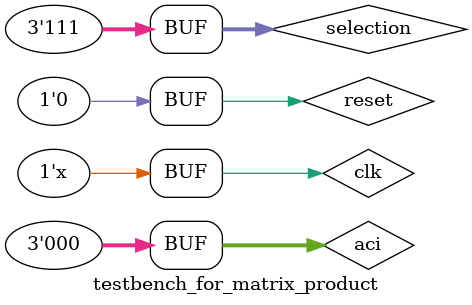
<source format=v>
`timescale 1ns / 1ps

module testbench_for_matrix_product();

reg clk,reset;
reg [2:0] aci,selection; //0=0 , 1=15, 2=30 ...
    
//matrix output locations 31 bits , FORMAT : Q_13_20
wire [32:0] selected_value;

matrix_product uut(.clk(clk),.reset(reset),.aci(aci),.selection(selection),.selected_value(selected_value));

always #5 clk=~clk;

initial begin
    #50;
    clk=1;
    reset=0;
    
    #10 aci=3'b000;
    #100 ;
    #10 selection=3'b000;
    #10 selection=3'b001;
    #10 selection=3'b010;
    #10 selection=3'b011;
    #10 selection=3'b100;
    #10 selection=3'b101;
    #10 selection=3'b110;
    #10 selection=3'b111;
    
      
end

endmodule

</source>
